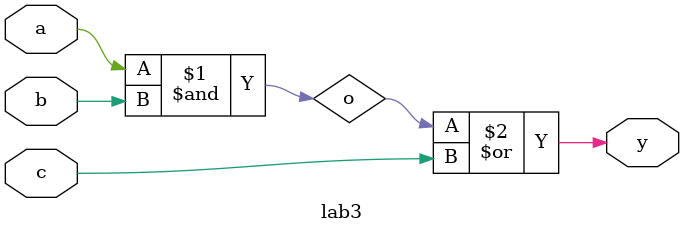
<source format=sv>
module lab3(output logic y,
input logic a,b,c
);
logic o;
and a1(o,a,b);
or o1(y,o,c);
endmodule
</source>
